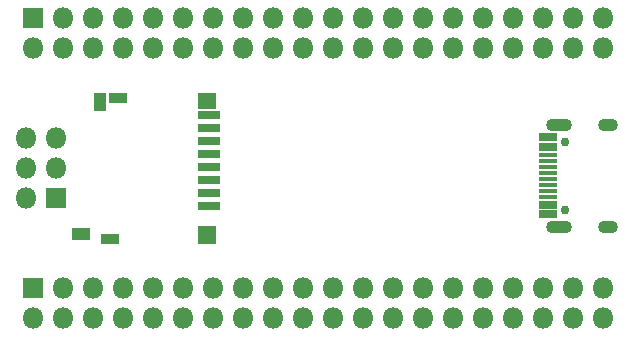
<source format=gbr>
%TF.GenerationSoftware,KiCad,Pcbnew,5.1.6+dfsg1-1*%
%TF.CreationDate,2020-08-04T18:23:16+08:00*%
%TF.ProjectId,stm32dev,73746d33-3264-4657-962e-6b696361645f,b*%
%TF.SameCoordinates,Original*%
%TF.FileFunction,Soldermask,Bot*%
%TF.FilePolarity,Negative*%
%FSLAX46Y46*%
G04 Gerber Fmt 4.6, Leading zero omitted, Abs format (unit mm)*
G04 Created by KiCad (PCBNEW 5.1.6+dfsg1-1) date 2020-08-04 18:23:16*
%MOMM*%
%LPD*%
G01*
G04 APERTURE LIST*
%ADD10R,1.650000X1.100000*%
%ADD11R,1.600000X1.600000*%
%ADD12R,1.850000X0.800000*%
%ADD13R,1.500000X0.900000*%
%ADD14R,1.100000X1.550000*%
%ADD15R,1.600000X0.900000*%
%ADD16R,1.600000X1.400000*%
%ADD17O,1.800000X1.800000*%
%ADD18R,1.800000X1.800000*%
%ADD19R,1.550000X0.700000*%
%ADD20R,1.550000X0.400000*%
%ADD21O,2.200000X1.100000*%
%ADD22C,0.750000*%
%ADD23O,1.700000X1.100000*%
G04 APERTURE END LIST*
D10*
%TO.C,J3*%
X128535000Y-103365000D03*
D11*
X139210000Y-103415000D03*
D12*
X139335000Y-100965000D03*
X139335000Y-99865000D03*
X139335000Y-98765000D03*
X139335000Y-97665000D03*
X139335000Y-96565000D03*
X139335000Y-95465000D03*
X139335000Y-94365000D03*
D13*
X130960000Y-103765000D03*
D14*
X130110000Y-92140000D03*
D15*
X131610000Y-91815000D03*
D16*
X139210000Y-92065000D03*
D12*
X139335000Y-93265000D03*
%TD*%
D17*
%TO.C,J2*%
X123825000Y-95250000D03*
X126365000Y-95250000D03*
X123825000Y-97790000D03*
X126365000Y-97790000D03*
X123825000Y-100330000D03*
D18*
X126365000Y-100330000D03*
%TD*%
D17*
%TO.C,J5*%
X172720000Y-87630000D03*
X172720000Y-85090000D03*
X170180000Y-87630000D03*
X170180000Y-85090000D03*
X167640000Y-87630000D03*
X167640000Y-85090000D03*
X165100000Y-87630000D03*
X165100000Y-85090000D03*
X162560000Y-87630000D03*
X162560000Y-85090000D03*
X160020000Y-87630000D03*
X160020000Y-85090000D03*
X157480000Y-87630000D03*
X157480000Y-85090000D03*
X154940000Y-87630000D03*
X154940000Y-85090000D03*
X152400000Y-87630000D03*
X152400000Y-85090000D03*
X149860000Y-87630000D03*
X149860000Y-85090000D03*
X147320000Y-87630000D03*
X147320000Y-85090000D03*
X144780000Y-87630000D03*
X144780000Y-85090000D03*
X142240000Y-87630000D03*
X142240000Y-85090000D03*
X139700000Y-87630000D03*
X139700000Y-85090000D03*
X137160000Y-87630000D03*
X137160000Y-85090000D03*
X134620000Y-87630000D03*
X134620000Y-85090000D03*
X132080000Y-87630000D03*
X132080000Y-85090000D03*
X129540000Y-87630000D03*
X129540000Y-85090000D03*
X127000000Y-87630000D03*
X127000000Y-85090000D03*
X124460000Y-87630000D03*
D18*
X124460000Y-85090000D03*
%TD*%
D17*
%TO.C,J4*%
X172720000Y-110490000D03*
X172720000Y-107950000D03*
X170180000Y-110490000D03*
X170180000Y-107950000D03*
X167640000Y-110490000D03*
X167640000Y-107950000D03*
X165100000Y-110490000D03*
X165100000Y-107950000D03*
X162560000Y-110490000D03*
X162560000Y-107950000D03*
X160020000Y-110490000D03*
X160020000Y-107950000D03*
X157480000Y-110490000D03*
X157480000Y-107950000D03*
X154940000Y-110490000D03*
X154940000Y-107950000D03*
X152400000Y-110490000D03*
X152400000Y-107950000D03*
X149860000Y-110490000D03*
X149860000Y-107950000D03*
X147320000Y-110490000D03*
X147320000Y-107950000D03*
X144780000Y-110490000D03*
X144780000Y-107950000D03*
X142240000Y-110490000D03*
X142240000Y-107950000D03*
X139700000Y-110490000D03*
X139700000Y-107950000D03*
X137160000Y-110490000D03*
X137160000Y-107950000D03*
X134620000Y-110490000D03*
X134620000Y-107950000D03*
X132080000Y-110490000D03*
X132080000Y-107950000D03*
X129540000Y-110490000D03*
X129540000Y-107950000D03*
X127000000Y-110490000D03*
X127000000Y-107950000D03*
X124460000Y-110490000D03*
D18*
X124460000Y-107950000D03*
%TD*%
D19*
%TO.C,J1*%
X168040000Y-101675000D03*
X168040000Y-100875000D03*
X168040000Y-95975000D03*
X168040000Y-95175000D03*
X168040000Y-95175000D03*
X168040000Y-95975000D03*
X168040000Y-100875000D03*
X168040000Y-101675000D03*
D20*
X168040000Y-96675000D03*
X168040000Y-97175000D03*
X168040000Y-97675000D03*
X168040000Y-98675000D03*
X168040000Y-99175000D03*
X168040000Y-99675000D03*
X168040000Y-100175000D03*
X168040000Y-98175000D03*
D21*
X168955000Y-102745000D03*
X168955000Y-94105000D03*
D22*
X169485000Y-95535000D03*
D23*
X173135000Y-94105000D03*
D22*
X169485000Y-101315000D03*
D23*
X173135000Y-102745000D03*
%TD*%
M02*

</source>
